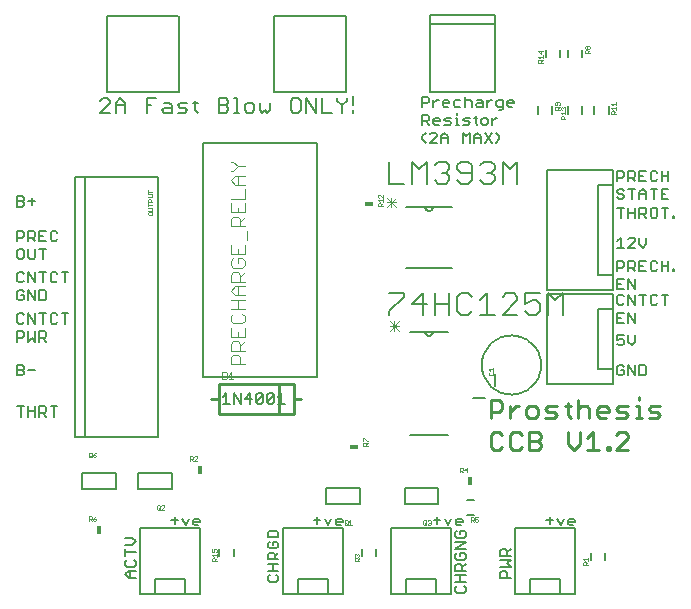
<source format=gto>
G75*
%MOIN*%
%OFA0B0*%
%FSLAX24Y24*%
%IPPOS*%
%LPD*%
%AMOC8*
5,1,8,0,0,1.08239X$1,22.5*
%
%ADD10C,0.0080*%
%ADD11C,0.0060*%
%ADD12C,0.0110*%
%ADD13C,0.0100*%
%ADD14C,0.0020*%
%ADD15C,0.0050*%
%ADD16C,0.0010*%
%ADD17C,0.0040*%
%ADD18R,0.0300X0.0180*%
%ADD19R,0.0180X0.0300*%
%ADD20C,0.0030*%
D10*
X002433Y005820D02*
X002433Y014506D01*
X002748Y014506D01*
X002748Y005820D01*
X002433Y005820D01*
X002748Y005820D02*
X005189Y005820D01*
X005189Y014506D01*
X002748Y014506D01*
X003265Y016640D02*
X003585Y016960D01*
X003585Y017040D01*
X003505Y017120D01*
X003345Y017120D01*
X003265Y017040D01*
X003488Y017330D02*
X005888Y017330D01*
X005888Y019870D01*
X005858Y019870D02*
X003488Y019870D01*
X003488Y017330D01*
X003781Y016960D02*
X003941Y017120D01*
X004101Y016960D01*
X004101Y016640D01*
X003781Y016640D02*
X003781Y016960D01*
X003781Y016880D02*
X004101Y016880D01*
X003585Y016640D02*
X003265Y016640D01*
X004812Y016640D02*
X004812Y017120D01*
X005132Y017120D01*
X004972Y016880D02*
X004812Y016880D01*
X005328Y016720D02*
X005408Y016640D01*
X005648Y016640D01*
X005648Y016880D01*
X005568Y016960D01*
X005408Y016960D01*
X005408Y016800D02*
X005648Y016800D01*
X005843Y016880D02*
X005923Y016960D01*
X006163Y016960D01*
X006083Y016800D02*
X005923Y016800D01*
X005843Y016880D01*
X006083Y016800D02*
X006163Y016720D01*
X006083Y016640D01*
X005843Y016640D01*
X005408Y016800D02*
X005328Y016720D01*
X006359Y016960D02*
X006519Y016960D01*
X006439Y017040D02*
X006439Y016720D01*
X006519Y016640D01*
X007218Y016640D02*
X007218Y017120D01*
X007458Y017120D01*
X007539Y017040D01*
X007539Y016960D01*
X007458Y016880D01*
X007218Y016880D01*
X007458Y016880D02*
X007539Y016800D01*
X007539Y016720D01*
X007458Y016640D01*
X007218Y016640D01*
X007734Y016640D02*
X007894Y016640D01*
X007814Y016640D02*
X007814Y017120D01*
X007734Y017120D01*
X008078Y016880D02*
X008078Y016720D01*
X008158Y016640D01*
X008318Y016640D01*
X008398Y016720D01*
X008398Y016880D01*
X008318Y016960D01*
X008158Y016960D01*
X008078Y016880D01*
X008593Y016960D02*
X008593Y016720D01*
X008673Y016640D01*
X008753Y016720D01*
X008833Y016640D01*
X008914Y016720D01*
X008914Y016960D01*
X009062Y017330D02*
X009062Y019870D01*
X011462Y019870D01*
X011462Y017330D01*
X009092Y017330D01*
X009625Y017040D02*
X009625Y016720D01*
X009705Y016640D01*
X009865Y016640D01*
X009945Y016720D01*
X009945Y017040D01*
X009865Y017120D01*
X009705Y017120D01*
X009625Y017040D01*
X010140Y017120D02*
X010140Y016640D01*
X010460Y016640D02*
X010460Y017120D01*
X010656Y017120D02*
X010656Y016640D01*
X010976Y016640D01*
X011332Y016640D02*
X011332Y016880D01*
X011492Y017040D01*
X011492Y017120D01*
X011687Y017200D02*
X011687Y016880D01*
X011687Y016720D02*
X011687Y016640D01*
X011332Y016880D02*
X011171Y017040D01*
X011171Y017120D01*
X010460Y016640D02*
X010140Y017120D01*
X010509Y015623D02*
X010509Y007827D01*
X006691Y007827D01*
X006691Y015623D01*
X010509Y015623D01*
X012905Y015006D02*
X012905Y014265D01*
X013399Y014265D01*
X013660Y014265D02*
X013660Y015006D01*
X013907Y014759D01*
X014154Y015006D01*
X014154Y014265D01*
X014415Y014388D02*
X014539Y014265D01*
X014785Y014265D01*
X014909Y014388D01*
X014909Y014512D01*
X014785Y014635D01*
X014662Y014635D01*
X014785Y014635D02*
X014909Y014759D01*
X014909Y014882D01*
X014785Y015006D01*
X014539Y015006D01*
X014415Y014882D01*
X015170Y014882D02*
X015170Y014759D01*
X015294Y014635D01*
X015664Y014635D01*
X015664Y014388D02*
X015664Y014882D01*
X015540Y015006D01*
X015294Y015006D01*
X015170Y014882D01*
X015170Y014388D02*
X015294Y014265D01*
X015540Y014265D01*
X015664Y014388D01*
X015925Y014388D02*
X016049Y014265D01*
X016295Y014265D01*
X016419Y014388D01*
X016419Y014512D01*
X016295Y014635D01*
X016172Y014635D01*
X016295Y014635D02*
X016419Y014759D01*
X016419Y014882D01*
X016295Y015006D01*
X016049Y015006D01*
X015925Y014882D01*
X016680Y015006D02*
X016680Y014265D01*
X017174Y014265D02*
X017174Y015006D01*
X016927Y014759D01*
X016680Y015006D01*
X016804Y010631D02*
X016680Y010507D01*
X016804Y010631D02*
X017051Y010631D01*
X017174Y010507D01*
X017174Y010384D01*
X016680Y009890D01*
X017174Y009890D01*
X017435Y010013D02*
X017559Y009890D01*
X017806Y009890D01*
X017929Y010013D01*
X017929Y010260D01*
X017806Y010384D01*
X017682Y010384D01*
X017435Y010260D01*
X017435Y010631D01*
X017929Y010631D01*
X018190Y010631D02*
X018437Y010384D01*
X018684Y010631D01*
X018684Y009890D01*
X018190Y009890D02*
X018190Y010631D01*
X016419Y009890D02*
X015925Y009890D01*
X016172Y009890D02*
X016172Y010631D01*
X015925Y010384D01*
X015664Y010507D02*
X015540Y010631D01*
X015294Y010631D01*
X015170Y010507D01*
X015170Y010013D01*
X015294Y009890D01*
X015540Y009890D01*
X015664Y010013D01*
X014909Y009890D02*
X014909Y010631D01*
X014909Y010260D02*
X014415Y010260D01*
X014154Y010260D02*
X013660Y010260D01*
X014030Y010631D01*
X014030Y009890D01*
X014415Y009890D02*
X014415Y010631D01*
X013399Y010631D02*
X013399Y010507D01*
X012905Y010013D01*
X012905Y009890D01*
X012905Y010631D02*
X013399Y010631D01*
X016425Y007925D02*
X016425Y007525D01*
X015991Y008225D02*
X015993Y008287D01*
X015999Y008350D01*
X016009Y008411D01*
X016023Y008472D01*
X016040Y008532D01*
X016061Y008591D01*
X016087Y008648D01*
X016115Y008703D01*
X016147Y008757D01*
X016183Y008808D01*
X016221Y008858D01*
X016263Y008904D01*
X016307Y008948D01*
X016355Y008989D01*
X016404Y009027D01*
X016456Y009061D01*
X016510Y009092D01*
X016566Y009120D01*
X016624Y009144D01*
X016683Y009165D01*
X016743Y009181D01*
X016804Y009194D01*
X016866Y009203D01*
X016928Y009208D01*
X016991Y009209D01*
X017053Y009206D01*
X017115Y009199D01*
X017177Y009188D01*
X017237Y009173D01*
X017297Y009155D01*
X017355Y009133D01*
X017412Y009107D01*
X017467Y009077D01*
X017520Y009044D01*
X017571Y009008D01*
X017619Y008969D01*
X017665Y008926D01*
X017708Y008881D01*
X017748Y008833D01*
X017785Y008783D01*
X017819Y008730D01*
X017850Y008676D01*
X017876Y008620D01*
X017900Y008562D01*
X017919Y008502D01*
X017935Y008442D01*
X017947Y008380D01*
X017955Y008319D01*
X017959Y008256D01*
X017959Y008194D01*
X017955Y008131D01*
X017947Y008070D01*
X017935Y008008D01*
X017919Y007948D01*
X017900Y007888D01*
X017876Y007830D01*
X017850Y007774D01*
X017819Y007720D01*
X017785Y007667D01*
X017748Y007617D01*
X017708Y007569D01*
X017665Y007524D01*
X017619Y007481D01*
X017571Y007442D01*
X017520Y007406D01*
X017467Y007373D01*
X017412Y007343D01*
X017355Y007317D01*
X017297Y007295D01*
X017237Y007277D01*
X017177Y007262D01*
X017115Y007251D01*
X017053Y007244D01*
X016991Y007241D01*
X016928Y007242D01*
X016866Y007247D01*
X016804Y007256D01*
X016743Y007269D01*
X016683Y007285D01*
X016624Y007306D01*
X016566Y007330D01*
X016510Y007358D01*
X016456Y007389D01*
X016404Y007423D01*
X016355Y007461D01*
X016307Y007502D01*
X016263Y007546D01*
X016221Y007592D01*
X016183Y007642D01*
X016147Y007693D01*
X016115Y007747D01*
X016087Y007802D01*
X016061Y007859D01*
X016040Y007918D01*
X016023Y007978D01*
X016009Y008039D01*
X015999Y008100D01*
X015993Y008163D01*
X015991Y008225D01*
D11*
X016085Y007110D02*
X015685Y007110D01*
X014845Y005880D02*
X013605Y005880D01*
X013415Y004110D02*
X014535Y004110D01*
X014535Y003590D01*
X013415Y003590D01*
X013415Y004110D01*
X014380Y003050D02*
X014607Y003050D01*
X014748Y003107D02*
X014862Y002880D01*
X014975Y003107D01*
X015117Y003050D02*
X015173Y003107D01*
X015287Y003107D01*
X015343Y003050D01*
X015343Y002993D01*
X015117Y002993D01*
X015117Y002937D02*
X015117Y003050D01*
X015117Y002937D02*
X015173Y002880D01*
X015287Y002880D01*
X015275Y002698D02*
X015275Y002585D01*
X015275Y002698D02*
X015388Y002698D01*
X015445Y002642D01*
X015445Y002528D01*
X015388Y002472D01*
X015161Y002472D01*
X015105Y002528D01*
X015105Y002642D01*
X015161Y002698D01*
X015105Y002330D02*
X015445Y002330D01*
X015105Y002103D01*
X015445Y002103D01*
X015388Y001962D02*
X015275Y001962D01*
X015275Y001848D01*
X015388Y001735D02*
X015161Y001735D01*
X015105Y001792D01*
X015105Y001905D01*
X015161Y001962D01*
X015388Y001962D02*
X015445Y001905D01*
X015445Y001792D01*
X015388Y001735D01*
X015445Y001593D02*
X015332Y001480D01*
X015332Y001537D02*
X015332Y001367D01*
X015445Y001367D02*
X015105Y001367D01*
X015105Y001537D01*
X015161Y001593D01*
X015275Y001593D01*
X015332Y001537D01*
X015275Y001225D02*
X015275Y000998D01*
X015445Y000998D02*
X015105Y000998D01*
X015161Y000857D02*
X015105Y000800D01*
X015105Y000687D01*
X015161Y000630D01*
X015388Y000630D01*
X015445Y000687D01*
X015445Y000800D01*
X015388Y000857D01*
X015445Y001225D02*
X015105Y001225D01*
X016605Y001300D02*
X016605Y001130D01*
X016945Y001130D01*
X016832Y001130D02*
X016832Y001300D01*
X016775Y001357D01*
X016661Y001357D01*
X016605Y001300D01*
X016605Y001498D02*
X016945Y001498D01*
X016832Y001612D01*
X016945Y001725D01*
X016605Y001725D01*
X016605Y001867D02*
X016605Y002037D01*
X016661Y002093D01*
X016775Y002093D01*
X016832Y002037D01*
X016832Y001867D01*
X016945Y001867D02*
X016605Y001867D01*
X016832Y001980D02*
X016945Y002093D01*
X018130Y003050D02*
X018357Y003050D01*
X018498Y003107D02*
X018612Y002880D01*
X018725Y003107D01*
X018867Y003050D02*
X018923Y003107D01*
X019037Y003107D01*
X019093Y003050D01*
X019093Y002993D01*
X018867Y002993D01*
X018867Y002937D02*
X018867Y003050D01*
X018867Y002937D02*
X018923Y002880D01*
X019037Y002880D01*
X018243Y002937D02*
X018243Y003164D01*
X019614Y001968D02*
X019614Y001732D01*
X020086Y001732D02*
X020086Y001968D01*
X015718Y003239D02*
X015482Y003239D01*
X015482Y003711D02*
X015718Y003711D01*
X014493Y003164D02*
X014493Y002937D01*
X012461Y002093D02*
X012461Y001857D01*
X011989Y001857D02*
X011989Y002093D01*
X011287Y002880D02*
X011173Y002880D01*
X011117Y002937D01*
X011117Y003050D01*
X011173Y003107D01*
X011287Y003107D01*
X011343Y003050D01*
X011343Y002993D01*
X011117Y002993D01*
X010975Y003107D02*
X010862Y002880D01*
X010748Y003107D01*
X010607Y003050D02*
X010380Y003050D01*
X010493Y002937D02*
X010493Y003164D01*
X010790Y003590D02*
X011910Y003590D01*
X011910Y004110D01*
X010790Y004110D01*
X010790Y003590D01*
X009195Y002648D02*
X009138Y002705D01*
X008911Y002705D01*
X008855Y002648D01*
X008855Y002478D01*
X009195Y002478D01*
X009195Y002648D01*
X009138Y002337D02*
X009025Y002337D01*
X009025Y002223D01*
X009138Y002110D02*
X009195Y002167D01*
X009195Y002280D01*
X009138Y002337D01*
X008911Y002337D02*
X008855Y002280D01*
X008855Y002167D01*
X008911Y002110D01*
X009138Y002110D01*
X009195Y001968D02*
X009082Y001855D01*
X009082Y001912D02*
X009082Y001742D01*
X009195Y001742D02*
X008855Y001742D01*
X008855Y001912D01*
X008911Y001968D01*
X009025Y001968D01*
X009082Y001912D01*
X009025Y001600D02*
X009025Y001373D01*
X009195Y001373D02*
X008855Y001373D01*
X008911Y001232D02*
X008855Y001175D01*
X008855Y001062D01*
X008911Y001005D01*
X009138Y001005D01*
X009195Y001062D01*
X009195Y001175D01*
X009138Y001232D01*
X009195Y001600D02*
X008855Y001600D01*
X007711Y001857D02*
X007711Y002093D01*
X007239Y002093D02*
X007239Y001857D01*
X006537Y002880D02*
X006423Y002880D01*
X006367Y002937D01*
X006367Y003050D01*
X006423Y003107D01*
X006537Y003107D01*
X006593Y003050D01*
X006593Y002993D01*
X006367Y002993D01*
X006225Y003107D02*
X006112Y002880D01*
X005998Y003107D01*
X005857Y003050D02*
X005630Y003050D01*
X005743Y002937D02*
X005743Y003164D01*
X005660Y004090D02*
X004540Y004090D01*
X004540Y004610D01*
X005660Y004610D01*
X005660Y004090D01*
X003785Y004090D02*
X002665Y004090D01*
X002665Y004610D01*
X003785Y004610D01*
X003785Y004090D01*
X004105Y002462D02*
X004332Y002462D01*
X004445Y002348D01*
X004332Y002235D01*
X004105Y002235D01*
X004105Y002093D02*
X004105Y001867D01*
X004105Y001980D02*
X004445Y001980D01*
X004388Y001725D02*
X004445Y001668D01*
X004445Y001555D01*
X004388Y001498D01*
X004161Y001498D01*
X004105Y001555D01*
X004105Y001668D01*
X004161Y001725D01*
X004218Y001357D02*
X004105Y001243D01*
X004218Y001130D01*
X004445Y001130D01*
X004275Y001130D02*
X004275Y001357D01*
X004218Y001357D02*
X004445Y001357D01*
X001723Y006505D02*
X001723Y006845D01*
X001610Y006845D02*
X001837Y006845D01*
X001468Y006789D02*
X001468Y006675D01*
X001412Y006618D01*
X001242Y006618D01*
X001242Y006505D02*
X001242Y006845D01*
X001412Y006845D01*
X001468Y006789D01*
X001355Y006618D02*
X001468Y006505D01*
X001100Y006505D02*
X001100Y006845D01*
X001100Y006675D02*
X000873Y006675D01*
X000873Y006505D02*
X000873Y006845D01*
X000732Y006845D02*
X000505Y006845D01*
X000618Y006845D02*
X000618Y006505D01*
X000675Y007880D02*
X000505Y007880D01*
X000505Y008220D01*
X000675Y008220D01*
X000732Y008164D01*
X000732Y008107D01*
X000675Y008050D01*
X000505Y008050D01*
X000675Y008050D02*
X000732Y007993D01*
X000732Y007937D01*
X000675Y007880D01*
X000873Y008050D02*
X001100Y008050D01*
X001100Y009005D02*
X001100Y009345D01*
X001242Y009345D02*
X001412Y009345D01*
X001468Y009289D01*
X001468Y009175D01*
X001412Y009118D01*
X001242Y009118D01*
X001242Y009005D02*
X001242Y009345D01*
X001355Y009118D02*
X001468Y009005D01*
X001100Y009005D02*
X000987Y009118D01*
X000873Y009005D01*
X000873Y009345D01*
X000732Y009289D02*
X000732Y009175D01*
X000675Y009118D01*
X000505Y009118D01*
X000505Y009005D02*
X000505Y009345D01*
X000675Y009345D01*
X000732Y009289D01*
X000675Y009605D02*
X000732Y009662D01*
X000675Y009605D02*
X000562Y009605D01*
X000505Y009662D01*
X000505Y009889D01*
X000562Y009945D01*
X000675Y009945D01*
X000732Y009889D01*
X000873Y009945D02*
X001100Y009605D01*
X001100Y009945D01*
X001242Y009945D02*
X001468Y009945D01*
X001355Y009945D02*
X001355Y009605D01*
X001610Y009662D02*
X001610Y009889D01*
X001667Y009945D01*
X001780Y009945D01*
X001837Y009889D01*
X001978Y009945D02*
X002205Y009945D01*
X002092Y009945D02*
X002092Y009605D01*
X001837Y009662D02*
X001780Y009605D01*
X001667Y009605D01*
X001610Y009662D01*
X000873Y009605D02*
X000873Y009945D01*
X000873Y010380D02*
X000873Y010720D01*
X001100Y010380D01*
X001100Y010720D01*
X001242Y010720D02*
X001412Y010720D01*
X001468Y010664D01*
X001468Y010437D01*
X001412Y010380D01*
X001242Y010380D01*
X001242Y010720D01*
X001355Y010980D02*
X001355Y011320D01*
X001242Y011320D02*
X001468Y011320D01*
X001610Y011264D02*
X001610Y011037D01*
X001667Y010980D01*
X001780Y010980D01*
X001837Y011037D01*
X001837Y011264D02*
X001780Y011320D01*
X001667Y011320D01*
X001610Y011264D01*
X001978Y011320D02*
X002205Y011320D01*
X002092Y011320D02*
X002092Y010980D01*
X001355Y011755D02*
X001355Y012095D01*
X001242Y012095D02*
X001468Y012095D01*
X001468Y012355D02*
X001242Y012355D01*
X001242Y012695D01*
X001468Y012695D01*
X001610Y012639D02*
X001610Y012412D01*
X001667Y012355D01*
X001780Y012355D01*
X001837Y012412D01*
X001837Y012639D02*
X001780Y012695D01*
X001667Y012695D01*
X001610Y012639D01*
X001355Y012525D02*
X001242Y012525D01*
X001100Y012525D02*
X001100Y012639D01*
X001043Y012695D01*
X000873Y012695D01*
X000873Y012355D01*
X000873Y012468D02*
X001043Y012468D01*
X001100Y012525D01*
X000987Y012468D02*
X001100Y012355D01*
X000732Y012525D02*
X000732Y012639D01*
X000675Y012695D01*
X000505Y012695D01*
X000505Y012355D01*
X000505Y012468D02*
X000675Y012468D01*
X000732Y012525D01*
X000675Y012095D02*
X000732Y012039D01*
X000732Y011812D01*
X000675Y011755D01*
X000562Y011755D01*
X000505Y011812D01*
X000505Y012039D01*
X000562Y012095D01*
X000675Y012095D01*
X000873Y012095D02*
X000873Y011812D01*
X000930Y011755D01*
X001043Y011755D01*
X001100Y011812D01*
X001100Y012095D01*
X001100Y011320D02*
X001100Y010980D01*
X000873Y011320D01*
X000873Y010980D01*
X000732Y011037D02*
X000675Y010980D01*
X000562Y010980D01*
X000505Y011037D01*
X000505Y011264D01*
X000562Y011320D01*
X000675Y011320D01*
X000732Y011264D01*
X000675Y010720D02*
X000562Y010720D01*
X000505Y010664D01*
X000505Y010437D01*
X000562Y010380D01*
X000675Y010380D01*
X000732Y010437D01*
X000732Y010550D01*
X000618Y010550D01*
X000732Y010664D02*
X000675Y010720D01*
X000675Y013505D02*
X000505Y013505D01*
X000505Y013845D01*
X000675Y013845D01*
X000732Y013789D01*
X000732Y013732D01*
X000675Y013675D01*
X000505Y013675D01*
X000675Y013675D02*
X000732Y013618D01*
X000732Y013562D01*
X000675Y013505D01*
X000873Y013675D02*
X001100Y013675D01*
X000987Y013562D02*
X000987Y013789D01*
X013445Y013485D02*
X014105Y013485D01*
X014345Y013485D01*
X015005Y013485D01*
X014345Y013485D02*
X014343Y013464D01*
X014338Y013444D01*
X014329Y013425D01*
X014317Y013408D01*
X014302Y013393D01*
X014285Y013381D01*
X014266Y013372D01*
X014246Y013367D01*
X014225Y013365D01*
X014204Y013367D01*
X014184Y013372D01*
X014165Y013381D01*
X014148Y013393D01*
X014133Y013408D01*
X014121Y013425D01*
X014112Y013444D01*
X014107Y013464D01*
X014105Y013485D01*
X013445Y011465D02*
X015005Y011465D01*
X014845Y009320D02*
X014345Y009320D01*
X014105Y009320D01*
X013605Y009320D01*
X014105Y009320D02*
X014107Y009299D01*
X014112Y009279D01*
X014121Y009260D01*
X014133Y009243D01*
X014148Y009228D01*
X014165Y009216D01*
X014184Y009207D01*
X014204Y009202D01*
X014225Y009200D01*
X014246Y009202D01*
X014266Y009207D01*
X014285Y009216D01*
X014302Y009228D01*
X014317Y009243D01*
X014329Y009260D01*
X014338Y009279D01*
X014343Y009299D01*
X014345Y009320D01*
X020505Y009220D02*
X020505Y009050D01*
X020618Y009107D01*
X020675Y009107D01*
X020732Y009050D01*
X020732Y008937D01*
X020675Y008880D01*
X020562Y008880D01*
X020505Y008937D01*
X020505Y009220D02*
X020732Y009220D01*
X020873Y009220D02*
X020873Y008993D01*
X020987Y008880D01*
X021100Y008993D01*
X021100Y009220D01*
X021100Y009630D02*
X021100Y009970D01*
X020873Y009970D02*
X021100Y009630D01*
X020873Y009630D02*
X020873Y009970D01*
X020732Y009970D02*
X020505Y009970D01*
X020505Y009630D01*
X020732Y009630D01*
X020618Y009800D02*
X020505Y009800D01*
X020562Y010230D02*
X020675Y010230D01*
X020732Y010287D01*
X020873Y010230D02*
X020873Y010570D01*
X021100Y010230D01*
X021100Y010570D01*
X021242Y010570D02*
X021468Y010570D01*
X021355Y010570D02*
X021355Y010230D01*
X021610Y010287D02*
X021667Y010230D01*
X021780Y010230D01*
X021837Y010287D01*
X021610Y010287D02*
X021610Y010514D01*
X021667Y010570D01*
X021780Y010570D01*
X021837Y010514D01*
X021978Y010570D02*
X022205Y010570D01*
X022092Y010570D02*
X022092Y010230D01*
X021100Y010755D02*
X021100Y011095D01*
X020873Y011095D02*
X020873Y010755D01*
X020732Y010755D02*
X020505Y010755D01*
X020505Y011095D01*
X020732Y011095D01*
X020873Y011095D02*
X021100Y010755D01*
X020732Y010514D02*
X020675Y010570D01*
X020562Y010570D01*
X020505Y010514D01*
X020505Y010287D01*
X020562Y010230D01*
X020505Y010925D02*
X020618Y010925D01*
X020505Y011355D02*
X020505Y011695D01*
X020675Y011695D01*
X020732Y011639D01*
X020732Y011525D01*
X020675Y011468D01*
X020505Y011468D01*
X020873Y011468D02*
X021043Y011468D01*
X021100Y011525D01*
X021100Y011639D01*
X021043Y011695D01*
X020873Y011695D01*
X020873Y011355D01*
X020987Y011468D02*
X021100Y011355D01*
X021242Y011355D02*
X021242Y011695D01*
X021468Y011695D01*
X021610Y011639D02*
X021610Y011412D01*
X021667Y011355D01*
X021780Y011355D01*
X021837Y011412D01*
X021978Y011355D02*
X021978Y011695D01*
X021837Y011639D02*
X021780Y011695D01*
X021667Y011695D01*
X021610Y011639D01*
X021355Y011525D02*
X021242Y011525D01*
X021242Y011355D02*
X021468Y011355D01*
X021978Y011525D02*
X022205Y011525D01*
X022205Y011695D02*
X022205Y011355D01*
X022347Y011355D02*
X022403Y011355D01*
X022403Y011412D01*
X022347Y011412D01*
X022347Y011355D01*
X021468Y012243D02*
X021468Y012470D01*
X021242Y012470D02*
X021242Y012243D01*
X021355Y012130D01*
X021468Y012243D01*
X021100Y012130D02*
X020873Y012130D01*
X021100Y012357D01*
X021100Y012414D01*
X021043Y012470D01*
X020930Y012470D01*
X020873Y012414D01*
X020618Y012470D02*
X020618Y012130D01*
X020505Y012130D02*
X020732Y012130D01*
X020505Y012357D02*
X020618Y012470D01*
X020618Y013130D02*
X020618Y013470D01*
X020505Y013470D02*
X020732Y013470D01*
X020873Y013470D02*
X020873Y013130D01*
X020873Y013300D02*
X021100Y013300D01*
X021242Y013243D02*
X021412Y013243D01*
X021468Y013300D01*
X021468Y013414D01*
X021412Y013470D01*
X021242Y013470D01*
X021242Y013130D01*
X021100Y013130D02*
X021100Y013470D01*
X020987Y013755D02*
X020987Y014095D01*
X021100Y014095D02*
X020873Y014095D01*
X020732Y014039D02*
X020675Y014095D01*
X020562Y014095D01*
X020505Y014039D01*
X020505Y013982D01*
X020562Y013925D01*
X020675Y013925D01*
X020732Y013868D01*
X020732Y013812D01*
X020675Y013755D01*
X020562Y013755D01*
X020505Y013812D01*
X020505Y014355D02*
X020505Y014695D01*
X020675Y014695D01*
X020732Y014639D01*
X020732Y014525D01*
X020675Y014468D01*
X020505Y014468D01*
X020873Y014468D02*
X021043Y014468D01*
X021100Y014525D01*
X021100Y014639D01*
X021043Y014695D01*
X020873Y014695D01*
X020873Y014355D01*
X020987Y014468D02*
X021100Y014355D01*
X021242Y014355D02*
X021468Y014355D01*
X021610Y014412D02*
X021667Y014355D01*
X021780Y014355D01*
X021837Y014412D01*
X021978Y014355D02*
X021978Y014695D01*
X021837Y014639D02*
X021780Y014695D01*
X021667Y014695D01*
X021610Y014639D01*
X021610Y014412D01*
X021355Y014525D02*
X021242Y014525D01*
X021242Y014695D02*
X021242Y014355D01*
X021355Y014095D02*
X021468Y013982D01*
X021468Y013755D01*
X021468Y013925D02*
X021242Y013925D01*
X021242Y013982D02*
X021355Y014095D01*
X021242Y013982D02*
X021242Y013755D01*
X021723Y013755D02*
X021723Y014095D01*
X021610Y014095D02*
X021837Y014095D01*
X021978Y014095D02*
X021978Y013755D01*
X022205Y013755D01*
X022092Y013925D02*
X021978Y013925D01*
X021978Y014095D02*
X022205Y014095D01*
X022205Y014355D02*
X022205Y014695D01*
X022205Y014525D02*
X021978Y014525D01*
X021468Y014695D02*
X021242Y014695D01*
X021667Y013470D02*
X021610Y013414D01*
X021610Y013187D01*
X021667Y013130D01*
X021780Y013130D01*
X021837Y013187D01*
X021837Y013414D01*
X021780Y013470D01*
X021667Y013470D01*
X021978Y013470D02*
X022205Y013470D01*
X022092Y013470D02*
X022092Y013130D01*
X022347Y013130D02*
X022347Y013187D01*
X022403Y013187D01*
X022403Y013130D01*
X022347Y013130D01*
X021468Y013130D02*
X021355Y013243D01*
X020211Y016607D02*
X020211Y016843D01*
X019739Y016843D02*
X019739Y016607D01*
X019336Y016607D02*
X019336Y016843D01*
X018864Y016843D02*
X018864Y016607D01*
X018336Y016607D02*
X018336Y016843D01*
X017864Y016843D02*
X017864Y016607D01*
X017056Y016943D02*
X016829Y016943D01*
X016829Y016887D02*
X016829Y017000D01*
X016885Y017057D01*
X016999Y017057D01*
X017056Y017000D01*
X017056Y016943D01*
X016999Y016830D02*
X016885Y016830D01*
X016829Y016887D01*
X016687Y016830D02*
X016517Y016830D01*
X016460Y016887D01*
X016460Y017000D01*
X016517Y017057D01*
X016687Y017057D01*
X016687Y016773D01*
X016631Y016717D01*
X016574Y016717D01*
X016324Y017057D02*
X016267Y017057D01*
X016154Y016943D01*
X016154Y016830D02*
X016154Y017057D01*
X016012Y017000D02*
X016012Y016830D01*
X015842Y016830D01*
X015785Y016887D01*
X015842Y016943D01*
X016012Y016943D01*
X016012Y017000D02*
X015955Y017057D01*
X015842Y017057D01*
X015644Y017000D02*
X015644Y016830D01*
X015644Y017000D02*
X015587Y017057D01*
X015474Y017057D01*
X015417Y017000D01*
X015275Y017057D02*
X015105Y017057D01*
X015049Y017000D01*
X015049Y016887D01*
X015105Y016830D01*
X015275Y016830D01*
X015417Y016830D02*
X015417Y017170D01*
X014907Y017000D02*
X014907Y016943D01*
X014680Y016943D01*
X014680Y016887D02*
X014680Y017000D01*
X014737Y017057D01*
X014850Y017057D01*
X014907Y017000D01*
X014850Y016830D02*
X014737Y016830D01*
X014680Y016887D01*
X014543Y017057D02*
X014487Y017057D01*
X014373Y016943D01*
X014373Y016830D02*
X014373Y017057D01*
X014232Y017114D02*
X014232Y017000D01*
X014175Y016943D01*
X014005Y016943D01*
X014005Y016830D02*
X014005Y017170D01*
X014175Y017170D01*
X014232Y017114D01*
X014175Y016570D02*
X014232Y016514D01*
X014232Y016400D01*
X014175Y016343D01*
X014005Y016343D01*
X014005Y016230D02*
X014005Y016570D01*
X014175Y016570D01*
X014118Y016343D02*
X014232Y016230D01*
X014373Y016287D02*
X014430Y016230D01*
X014543Y016230D01*
X014600Y016343D02*
X014373Y016343D01*
X014373Y016287D02*
X014373Y016400D01*
X014430Y016457D01*
X014543Y016457D01*
X014600Y016400D01*
X014600Y016343D01*
X014742Y016400D02*
X014798Y016457D01*
X014968Y016457D01*
X014912Y016343D02*
X014968Y016287D01*
X014912Y016230D01*
X014742Y016230D01*
X014798Y016343D02*
X014742Y016400D01*
X014798Y016343D02*
X014912Y016343D01*
X015110Y016230D02*
X015223Y016230D01*
X015167Y016230D02*
X015167Y016457D01*
X015110Y016457D01*
X015167Y016570D02*
X015167Y016627D01*
X015355Y016400D02*
X015412Y016457D01*
X015582Y016457D01*
X015526Y016343D02*
X015412Y016343D01*
X015355Y016400D01*
X015355Y016230D02*
X015526Y016230D01*
X015582Y016287D01*
X015526Y016343D01*
X015724Y016457D02*
X015837Y016457D01*
X015781Y016514D02*
X015781Y016287D01*
X015837Y016230D01*
X015969Y016287D02*
X016026Y016230D01*
X016139Y016230D01*
X016196Y016287D01*
X016196Y016400D01*
X016139Y016457D01*
X016026Y016457D01*
X015969Y016400D01*
X015969Y016287D01*
X016092Y015970D02*
X016319Y015630D01*
X016460Y015630D02*
X016574Y015743D01*
X016574Y015857D01*
X016460Y015970D01*
X016319Y015970D02*
X016092Y015630D01*
X015951Y015630D02*
X015951Y015857D01*
X015837Y015970D01*
X015724Y015857D01*
X015724Y015630D01*
X015582Y015630D02*
X015582Y015970D01*
X015469Y015857D01*
X015355Y015970D01*
X015355Y015630D01*
X015724Y015800D02*
X015951Y015800D01*
X016338Y016230D02*
X016338Y016457D01*
X016451Y016457D02*
X016508Y016457D01*
X016451Y016457D02*
X016338Y016343D01*
X014846Y015857D02*
X014846Y015630D01*
X014846Y015800D02*
X014619Y015800D01*
X014619Y015857D02*
X014619Y015630D01*
X014477Y015630D02*
X014251Y015630D01*
X014477Y015857D01*
X014477Y015914D01*
X014421Y015970D01*
X014307Y015970D01*
X014251Y015914D01*
X014118Y015970D02*
X014005Y015857D01*
X014005Y015743D01*
X014118Y015630D01*
X014619Y015857D02*
X014732Y015970D01*
X014846Y015857D01*
X018114Y018482D02*
X018114Y018718D01*
X018586Y018718D02*
X018586Y018482D01*
X018864Y018482D02*
X018864Y018718D01*
X019336Y018718D02*
X019336Y018482D01*
X020562Y008220D02*
X020505Y008164D01*
X020505Y007937D01*
X020562Y007880D01*
X020675Y007880D01*
X020732Y007937D01*
X020732Y008050D01*
X020618Y008050D01*
X020732Y008164D02*
X020675Y008220D01*
X020562Y008220D01*
X020873Y008220D02*
X020873Y007880D01*
X021100Y007880D02*
X020873Y008220D01*
X021100Y008220D02*
X021100Y007880D01*
X021242Y007880D02*
X021242Y008220D01*
X021412Y008220D01*
X021468Y008164D01*
X021468Y007937D01*
X021412Y007880D01*
X021242Y007880D01*
D12*
X021213Y007144D02*
X021213Y007046D01*
X021213Y006849D02*
X021213Y006455D01*
X021311Y006455D02*
X021114Y006455D01*
X021544Y006455D02*
X021839Y006455D01*
X021937Y006553D01*
X021839Y006652D01*
X021642Y006652D01*
X021544Y006750D01*
X021642Y006849D01*
X021937Y006849D01*
X021213Y006849D02*
X021114Y006849D01*
X020863Y006849D02*
X020568Y006849D01*
X020470Y006750D01*
X020568Y006652D01*
X020765Y006652D01*
X020863Y006553D01*
X020765Y006455D01*
X020470Y006455D01*
X020219Y006652D02*
X019825Y006652D01*
X019825Y006750D02*
X019923Y006849D01*
X020120Y006849D01*
X020219Y006750D01*
X020219Y006652D01*
X020120Y006455D02*
X019923Y006455D01*
X019825Y006553D01*
X019825Y006750D01*
X019574Y006750D02*
X019574Y006455D01*
X019574Y006750D02*
X019476Y006849D01*
X019279Y006849D01*
X019180Y006750D01*
X018948Y006849D02*
X018751Y006849D01*
X018849Y006947D02*
X018849Y006553D01*
X018948Y006455D01*
X019180Y006455D02*
X019180Y007046D01*
X018500Y006849D02*
X018205Y006849D01*
X018106Y006750D01*
X018205Y006652D01*
X018401Y006652D01*
X018500Y006553D01*
X018401Y006455D01*
X018106Y006455D01*
X017855Y006553D02*
X017855Y006750D01*
X017757Y006849D01*
X017560Y006849D01*
X017462Y006750D01*
X017462Y006553D01*
X017560Y006455D01*
X017757Y006455D01*
X017855Y006553D01*
X017864Y005996D02*
X017569Y005996D01*
X017569Y005405D01*
X017864Y005405D01*
X017963Y005503D01*
X017963Y005602D01*
X017864Y005700D01*
X017569Y005700D01*
X017864Y005700D02*
X017963Y005799D01*
X017963Y005897D01*
X017864Y005996D01*
X017318Y005897D02*
X017220Y005996D01*
X017023Y005996D01*
X016925Y005897D01*
X016925Y005503D01*
X017023Y005405D01*
X017220Y005405D01*
X017318Y005503D01*
X016674Y005503D02*
X016575Y005405D01*
X016378Y005405D01*
X016280Y005503D01*
X016280Y005897D01*
X016378Y005996D01*
X016575Y005996D01*
X016674Y005897D01*
X016925Y006455D02*
X016925Y006849D01*
X017121Y006849D02*
X016925Y006652D01*
X016674Y006750D02*
X016674Y006947D01*
X016575Y007046D01*
X016280Y007046D01*
X016280Y006455D01*
X016280Y006652D02*
X016575Y006652D01*
X016674Y006750D01*
X017121Y006849D02*
X017220Y006849D01*
X018858Y005996D02*
X018858Y005602D01*
X019055Y005405D01*
X019252Y005602D01*
X019252Y005996D01*
X019503Y005799D02*
X019700Y005996D01*
X019700Y005405D01*
X019896Y005405D02*
X019503Y005405D01*
X020147Y005405D02*
X020246Y005405D01*
X020246Y005503D01*
X020147Y005503D01*
X020147Y005405D01*
X020470Y005405D02*
X020863Y005799D01*
X020863Y005897D01*
X020765Y005996D01*
X020568Y005996D01*
X020470Y005897D01*
X020470Y005405D02*
X020863Y005405D01*
D13*
X009975Y007100D02*
X009725Y007100D01*
X009725Y007600D01*
X009225Y007600D01*
X009225Y006600D01*
X009725Y006600D01*
X009725Y007100D01*
X009225Y006600D02*
X007225Y006600D01*
X007225Y007100D01*
X006975Y007100D01*
X007225Y007100D02*
X007225Y007600D01*
X009225Y007600D01*
D14*
X007703Y007760D02*
X007556Y007760D01*
X007629Y007760D02*
X007629Y007980D01*
X007556Y007907D01*
X007482Y007943D02*
X007445Y007980D01*
X007335Y007980D01*
X007335Y007760D01*
X007445Y007760D01*
X007482Y007797D01*
X007482Y007943D01*
D15*
X007467Y007275D02*
X007467Y006925D01*
X007350Y006925D02*
X007584Y006925D01*
X007718Y006925D02*
X007718Y007275D01*
X007952Y006925D01*
X007952Y007275D01*
X008087Y007100D02*
X008320Y007100D01*
X008455Y006983D02*
X008688Y007217D01*
X008688Y006983D01*
X008630Y006925D01*
X008513Y006925D01*
X008455Y006983D01*
X008455Y007217D01*
X008513Y007275D01*
X008630Y007275D01*
X008688Y007217D01*
X008823Y007217D02*
X008882Y007275D01*
X008998Y007275D01*
X009057Y007217D01*
X008823Y006983D01*
X008882Y006925D01*
X008998Y006925D01*
X009057Y006983D01*
X009057Y007217D01*
X009192Y007159D02*
X009308Y007275D01*
X009308Y006925D01*
X009192Y006925D02*
X009425Y006925D01*
X008823Y006983D02*
X008823Y007217D01*
X008262Y007275D02*
X008262Y006925D01*
X008087Y007100D02*
X008262Y007275D01*
X007467Y007275D02*
X007350Y007159D01*
X006600Y002800D02*
X004600Y002800D01*
X004600Y000600D01*
X005100Y000600D01*
X005100Y001100D01*
X006100Y001100D01*
X006100Y000600D01*
X005100Y000600D01*
X006100Y000600D02*
X006600Y000600D01*
X006600Y002800D01*
X009350Y002800D02*
X009350Y000600D01*
X009850Y000600D01*
X009850Y001100D01*
X010850Y001100D01*
X010850Y000600D01*
X009850Y000600D01*
X010850Y000600D02*
X011350Y000600D01*
X011350Y002800D01*
X009350Y002800D01*
X012975Y002800D02*
X012975Y000600D01*
X013475Y000600D01*
X013475Y001100D01*
X014475Y001100D01*
X014475Y000600D01*
X013475Y000600D01*
X014475Y000600D02*
X014975Y000600D01*
X014975Y002800D01*
X012975Y002800D01*
X017100Y002800D02*
X017100Y000600D01*
X017600Y000600D01*
X017600Y001100D01*
X018600Y001100D01*
X018600Y000600D01*
X017600Y000600D01*
X018600Y000600D02*
X019100Y000600D01*
X019100Y002800D01*
X017100Y002800D01*
X018150Y007600D02*
X018150Y010600D01*
X020350Y010600D01*
X020350Y010100D01*
X019850Y010100D01*
X019850Y008100D01*
X020350Y008100D01*
X020350Y007600D01*
X018150Y007600D01*
X020350Y008100D02*
X020350Y010100D01*
X020350Y010725D02*
X020350Y011225D01*
X019850Y011225D01*
X019850Y014225D01*
X020350Y014225D01*
X020350Y011225D01*
X020350Y010725D02*
X018150Y010725D01*
X018150Y014725D01*
X020350Y014725D01*
X020350Y014225D01*
X016425Y017320D02*
X014259Y017320D01*
X014259Y019584D01*
X016425Y019584D01*
X016425Y017320D01*
X016425Y019584D02*
X016425Y019880D01*
X014259Y019880D01*
X014259Y019584D01*
D16*
X002880Y003180D02*
X002880Y003030D01*
X002880Y003080D02*
X002955Y003080D01*
X002980Y003105D01*
X002980Y003155D01*
X002955Y003180D01*
X002880Y003180D01*
X002930Y003080D02*
X002980Y003030D01*
X003027Y003055D02*
X003027Y003105D01*
X003102Y003105D01*
X003127Y003080D01*
X003127Y003055D01*
X003102Y003030D01*
X003052Y003030D01*
X003027Y003055D01*
X003027Y003105D02*
X003077Y003155D01*
X003127Y003180D01*
X005160Y003420D02*
X005185Y003395D01*
X005235Y003395D01*
X005260Y003420D01*
X005260Y003520D01*
X005235Y003545D01*
X005185Y003545D01*
X005160Y003520D01*
X005160Y003420D01*
X005210Y003445D02*
X005260Y003395D01*
X005308Y003395D02*
X005408Y003495D01*
X005408Y003520D01*
X005383Y003545D01*
X005333Y003545D01*
X005308Y003520D01*
X005308Y003395D02*
X005408Y003395D01*
X006995Y002075D02*
X006995Y001975D01*
X007070Y001975D01*
X007045Y002025D01*
X007045Y002050D01*
X007070Y002075D01*
X007120Y002075D01*
X007145Y002050D01*
X007145Y002000D01*
X007120Y001975D01*
X007145Y001927D02*
X007145Y001827D01*
X007145Y001780D02*
X007095Y001730D01*
X007095Y001755D02*
X007095Y001680D01*
X007145Y001680D02*
X006995Y001680D01*
X006995Y001755D01*
X007020Y001780D01*
X007070Y001780D01*
X007095Y001755D01*
X007045Y001827D02*
X006995Y001877D01*
X007145Y001877D01*
X006502Y005030D02*
X006402Y005030D01*
X006502Y005130D01*
X006502Y005155D01*
X006477Y005180D01*
X006427Y005180D01*
X006402Y005155D01*
X006355Y005155D02*
X006355Y005105D01*
X006330Y005080D01*
X006255Y005080D01*
X006255Y005030D02*
X006255Y005180D01*
X006330Y005180D01*
X006355Y005155D01*
X006305Y005080D02*
X006355Y005030D01*
X003127Y005180D02*
X003127Y005205D01*
X003102Y005230D01*
X003027Y005230D01*
X003027Y005180D01*
X003052Y005155D01*
X003102Y005155D01*
X003127Y005180D01*
X003077Y005280D02*
X003027Y005230D01*
X002980Y005180D02*
X002955Y005155D01*
X002905Y005155D01*
X002880Y005180D01*
X002880Y005280D01*
X002905Y005305D01*
X002955Y005305D01*
X002980Y005280D01*
X002980Y005180D01*
X002980Y005155D02*
X002930Y005205D01*
X003077Y005280D02*
X003127Y005305D01*
X011410Y003020D02*
X011435Y003045D01*
X011485Y003045D01*
X011510Y003020D01*
X011510Y002920D01*
X011485Y002895D01*
X011435Y002895D01*
X011410Y002920D01*
X011410Y003020D01*
X011460Y002945D02*
X011510Y002895D01*
X011558Y002895D02*
X011658Y002895D01*
X011608Y002895D02*
X011608Y003045D01*
X011558Y002995D01*
X011770Y001927D02*
X011795Y001927D01*
X011820Y001902D01*
X011845Y001927D01*
X011870Y001927D01*
X011895Y001902D01*
X011895Y001852D01*
X011870Y001827D01*
X011895Y001780D02*
X011845Y001730D01*
X011845Y001755D02*
X011845Y001680D01*
X011895Y001680D02*
X011745Y001680D01*
X011745Y001755D01*
X011770Y001780D01*
X011820Y001780D01*
X011845Y001755D01*
X011770Y001827D02*
X011745Y001852D01*
X011745Y001902D01*
X011770Y001927D01*
X011820Y001902D02*
X011820Y001877D01*
X014035Y002920D02*
X014060Y002895D01*
X014110Y002895D01*
X014135Y002920D01*
X014135Y003020D01*
X014110Y003045D01*
X014060Y003045D01*
X014035Y003020D01*
X014035Y002920D01*
X014085Y002945D02*
X014135Y002895D01*
X014183Y002920D02*
X014208Y002895D01*
X014258Y002895D01*
X014283Y002920D01*
X014283Y002945D01*
X014258Y002970D01*
X014233Y002970D01*
X014258Y002970D02*
X014283Y002995D01*
X014283Y003020D01*
X014258Y003045D01*
X014208Y003045D01*
X014183Y003020D01*
X015610Y002995D02*
X015610Y003145D01*
X015685Y003145D01*
X015710Y003120D01*
X015710Y003070D01*
X015685Y003045D01*
X015610Y003045D01*
X015660Y003045D02*
X015710Y002995D01*
X015758Y003020D02*
X015783Y002995D01*
X015833Y002995D01*
X015858Y003020D01*
X015858Y003070D01*
X015833Y003095D01*
X015808Y003095D01*
X015758Y003070D01*
X015758Y003145D01*
X015858Y003145D01*
X015477Y004655D02*
X015477Y004805D01*
X015402Y004730D01*
X015502Y004730D01*
X015355Y004730D02*
X015355Y004780D01*
X015330Y004805D01*
X015255Y004805D01*
X015255Y004655D01*
X015255Y004705D02*
X015330Y004705D01*
X015355Y004730D01*
X015305Y004705D02*
X015355Y004655D01*
X012180Y005535D02*
X012030Y005535D01*
X012030Y005610D01*
X012055Y005635D01*
X012105Y005635D01*
X012130Y005610D01*
X012130Y005535D01*
X012130Y005585D02*
X012180Y005635D01*
X012180Y005683D02*
X012155Y005683D01*
X012055Y005783D01*
X012030Y005783D01*
X012030Y005683D01*
X016220Y007905D02*
X016245Y007880D01*
X016345Y007880D01*
X016370Y007905D01*
X016370Y007955D01*
X016345Y007980D01*
X016370Y008027D02*
X016370Y008127D01*
X016370Y008077D02*
X016220Y008077D01*
X016270Y008027D01*
X016245Y007980D02*
X016220Y007955D01*
X016220Y007905D01*
X012680Y013513D02*
X012530Y013513D01*
X012530Y013588D01*
X012555Y013613D01*
X012605Y013613D01*
X012630Y013588D01*
X012630Y013513D01*
X012630Y013563D02*
X012680Y013613D01*
X012680Y013660D02*
X012680Y013760D01*
X012680Y013808D02*
X012580Y013908D01*
X012555Y013908D01*
X012530Y013883D01*
X012530Y013833D01*
X012555Y013808D01*
X012530Y013710D02*
X012680Y013710D01*
X012680Y013808D02*
X012680Y013908D01*
X012530Y013710D02*
X012580Y013660D01*
X017870Y018305D02*
X017870Y018380D01*
X017895Y018405D01*
X017945Y018405D01*
X017970Y018380D01*
X017970Y018305D01*
X018020Y018305D02*
X017870Y018305D01*
X017970Y018355D02*
X018020Y018405D01*
X018020Y018452D02*
X018020Y018552D01*
X018020Y018502D02*
X017870Y018502D01*
X017920Y018452D01*
X017945Y018600D02*
X017870Y018675D01*
X018020Y018675D01*
X017945Y018700D02*
X017945Y018600D01*
X019430Y018610D02*
X019430Y018685D01*
X019455Y018710D01*
X019505Y018710D01*
X019530Y018685D01*
X019530Y018610D01*
X019580Y018610D02*
X019430Y018610D01*
X019530Y018660D02*
X019580Y018710D01*
X019555Y018758D02*
X019530Y018758D01*
X019505Y018783D01*
X019505Y018833D01*
X019530Y018858D01*
X019555Y018858D01*
X019580Y018833D01*
X019580Y018783D01*
X019555Y018758D01*
X019505Y018783D02*
X019480Y018758D01*
X019455Y018758D01*
X019430Y018783D01*
X019430Y018833D01*
X019455Y018858D01*
X019480Y018858D01*
X019505Y018833D01*
X020305Y016933D02*
X020455Y016933D01*
X020455Y016883D02*
X020455Y016983D01*
X020355Y016883D02*
X020305Y016933D01*
X020305Y016785D02*
X020455Y016785D01*
X020455Y016735D02*
X020455Y016835D01*
X020355Y016735D02*
X020305Y016785D01*
X020330Y016688D02*
X020380Y016688D01*
X020405Y016663D01*
X020405Y016588D01*
X020455Y016588D02*
X020305Y016588D01*
X020305Y016663D01*
X020330Y016688D01*
X020405Y016638D02*
X020455Y016688D01*
X018770Y016677D02*
X018770Y016577D01*
X018770Y016530D02*
X018720Y016480D01*
X018720Y016505D02*
X018720Y016430D01*
X018770Y016430D02*
X018620Y016430D01*
X018620Y016505D01*
X018645Y016530D01*
X018695Y016530D01*
X018720Y016505D01*
X018670Y016577D02*
X018620Y016627D01*
X018770Y016627D01*
X018745Y016725D02*
X018770Y016750D01*
X018770Y016800D01*
X018745Y016825D01*
X018720Y016825D01*
X018695Y016800D01*
X018695Y016775D01*
X018695Y016800D02*
X018670Y016825D01*
X018645Y016825D01*
X018620Y016800D01*
X018620Y016750D01*
X018645Y016725D01*
X018580Y016735D02*
X018430Y016735D01*
X018430Y016810D01*
X018455Y016835D01*
X018505Y016835D01*
X018530Y016810D01*
X018530Y016735D01*
X018530Y016785D02*
X018580Y016835D01*
X018555Y016883D02*
X018580Y016908D01*
X018580Y016958D01*
X018555Y016983D01*
X018455Y016983D01*
X018430Y016958D01*
X018430Y016908D01*
X018455Y016883D01*
X018480Y016883D01*
X018505Y016908D01*
X018505Y016983D01*
X005005Y014008D02*
X004855Y014008D01*
X004855Y013958D02*
X004855Y014058D01*
X004855Y013910D02*
X004980Y013910D01*
X005005Y013885D01*
X005005Y013835D01*
X004980Y013810D01*
X004855Y013810D01*
X004880Y013763D02*
X004930Y013763D01*
X004955Y013738D01*
X004955Y013663D01*
X005005Y013663D02*
X004855Y013663D01*
X004855Y013738D01*
X004880Y013763D01*
X004855Y013616D02*
X004855Y013516D01*
X004855Y013468D02*
X004980Y013468D01*
X005005Y013443D01*
X005005Y013393D01*
X004980Y013368D01*
X004855Y013368D01*
X004880Y013321D02*
X004855Y013296D01*
X004855Y013246D01*
X004880Y013221D01*
X004980Y013221D01*
X005005Y013246D01*
X005005Y013296D01*
X004980Y013321D01*
X004880Y013321D01*
X004855Y013566D02*
X005005Y013566D01*
X019370Y001752D02*
X019520Y001752D01*
X019520Y001702D02*
X019520Y001802D01*
X019420Y001702D02*
X019370Y001752D01*
X019395Y001655D02*
X019445Y001655D01*
X019470Y001630D01*
X019470Y001555D01*
X019520Y001555D02*
X019370Y001555D01*
X019370Y001630D01*
X019395Y001655D01*
X019470Y001605D02*
X019520Y001655D01*
D17*
X008080Y008245D02*
X007620Y008245D01*
X007620Y008475D01*
X007696Y008552D01*
X007850Y008552D01*
X007927Y008475D01*
X007927Y008245D01*
X007927Y008705D02*
X007927Y008936D01*
X007850Y009012D01*
X007696Y009012D01*
X007620Y008936D01*
X007620Y008705D01*
X008080Y008705D01*
X007927Y008859D02*
X008080Y009012D01*
X008080Y009166D02*
X008080Y009473D01*
X008003Y009626D02*
X008080Y009703D01*
X008080Y009856D01*
X008003Y009933D01*
X008080Y010087D02*
X007620Y010087D01*
X007696Y009933D02*
X007620Y009856D01*
X007620Y009703D01*
X007696Y009626D01*
X008003Y009626D01*
X007850Y009319D02*
X007850Y009166D01*
X007620Y009166D02*
X008080Y009166D01*
X007620Y009166D02*
X007620Y009473D01*
X007850Y010087D02*
X007850Y010393D01*
X007850Y010547D02*
X007850Y010854D01*
X007773Y010854D02*
X008080Y010854D01*
X008080Y011007D02*
X007620Y011007D01*
X007620Y011238D01*
X007696Y011314D01*
X007850Y011314D01*
X007927Y011238D01*
X007927Y011007D01*
X007927Y011161D02*
X008080Y011314D01*
X008003Y011468D02*
X008080Y011544D01*
X008080Y011698D01*
X008003Y011775D01*
X007850Y011775D01*
X007850Y011621D01*
X008003Y011468D02*
X007696Y011468D01*
X007620Y011544D01*
X007620Y011698D01*
X007696Y011775D01*
X007620Y011928D02*
X008080Y011928D01*
X008080Y012235D01*
X008157Y012389D02*
X008157Y012695D01*
X008080Y012849D02*
X007620Y012849D01*
X007620Y013079D01*
X007696Y013156D01*
X007850Y013156D01*
X007927Y013079D01*
X007927Y012849D01*
X007927Y013002D02*
X008080Y013156D01*
X008080Y013309D02*
X008080Y013616D01*
X008080Y013770D02*
X008080Y014077D01*
X008080Y014230D02*
X007773Y014230D01*
X007620Y014384D01*
X007773Y014537D01*
X008080Y014537D01*
X007850Y014537D02*
X007850Y014230D01*
X007696Y014690D02*
X007850Y014844D01*
X008080Y014844D01*
X007850Y014844D02*
X007696Y014997D01*
X007620Y014997D01*
X007620Y014690D02*
X007696Y014690D01*
X007620Y013770D02*
X008080Y013770D01*
X007850Y013463D02*
X007850Y013309D01*
X007620Y013309D02*
X008080Y013309D01*
X007620Y013309D02*
X007620Y013616D01*
X007620Y012235D02*
X007620Y011928D01*
X007850Y011928D02*
X007850Y012082D01*
X007773Y010854D02*
X007620Y010700D01*
X007773Y010547D01*
X008080Y010547D01*
X008080Y010393D02*
X007620Y010393D01*
D18*
X012225Y013600D03*
X011725Y005475D03*
D19*
X015600Y004350D03*
X006600Y004725D03*
X003225Y002725D03*
D20*
X012910Y009363D02*
X013224Y009677D01*
X013224Y009520D02*
X012910Y009520D01*
X012910Y009677D02*
X013224Y009363D01*
X013067Y009363D02*
X013067Y009677D01*
X013124Y013488D02*
X012810Y013802D01*
X012810Y013645D02*
X013124Y013645D01*
X013124Y013802D02*
X012810Y013488D01*
X012967Y013488D02*
X012967Y013802D01*
M02*

</source>
